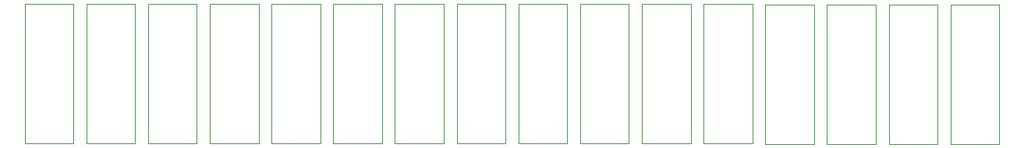
<source format=gbr>
G04 #@! TF.GenerationSoftware,KiCad,Pcbnew,(6.0.5)*
G04 #@! TF.CreationDate,2022-05-09T00:11:04-04:00*
G04 #@! TF.ProjectId,PB_16,50425f31-362e-46b6-9963-61645f706362,v1*
G04 #@! TF.SameCoordinates,Original*
G04 #@! TF.FileFunction,Other,ECO1*
%FSLAX46Y46*%
G04 Gerber Fmt 4.6, Leading zero omitted, Abs format (unit mm)*
G04 Created by KiCad (PCBNEW (6.0.5)) date 2022-05-09 00:11:04*
%MOMM*%
%LPD*%
G01*
G04 APERTURE LIST*
%ADD10C,0.050000*%
G04 APERTURE END LIST*
D10*
X96872600Y-151938600D02*
X91572600Y-151938600D01*
X91572600Y-151938600D02*
X91572600Y-136738600D01*
X91572600Y-136738600D02*
X96872600Y-136738600D01*
X96872600Y-136738600D02*
X96872600Y-151938600D01*
X137075198Y-136748600D02*
X137075198Y-151948600D01*
X131775198Y-151948600D02*
X131775198Y-136748600D01*
X131775198Y-136748600D02*
X137075198Y-136748600D01*
X137075198Y-151948600D02*
X131775198Y-151948600D01*
X178678229Y-152013600D02*
X178678229Y-136813600D01*
X183978229Y-152013600D02*
X178678229Y-152013600D01*
X178678229Y-136813600D02*
X183978229Y-136813600D01*
X183978229Y-136813600D02*
X183978229Y-152013600D01*
X103573033Y-136753600D02*
X103573033Y-151953600D01*
X98273033Y-136753600D02*
X103573033Y-136753600D01*
X98273033Y-151953600D02*
X98273033Y-136753600D01*
X103573033Y-151953600D02*
X98273033Y-151953600D01*
X125074765Y-151948600D02*
X125074765Y-136748600D01*
X130374765Y-136748600D02*
X130374765Y-151948600D01*
X125074765Y-136748600D02*
X130374765Y-136748600D01*
X130374765Y-151948600D02*
X125074765Y-151948600D01*
X138475631Y-136748600D02*
X143775631Y-136748600D01*
X143775631Y-151948600D02*
X138475631Y-151948600D01*
X138475631Y-151948600D02*
X138475631Y-136748600D01*
X143775631Y-136748600D02*
X143775631Y-151948600D01*
X145176064Y-136748600D02*
X150476064Y-136748600D01*
X150476064Y-151948600D02*
X145176064Y-151948600D01*
X145176064Y-151948600D02*
X145176064Y-136748600D01*
X150476064Y-136748600D02*
X150476064Y-151948600D01*
X157176497Y-151948600D02*
X151876497Y-151948600D01*
X151876497Y-151948600D02*
X151876497Y-136748600D01*
X157176497Y-136748600D02*
X157176497Y-151948600D01*
X151876497Y-136748600D02*
X157176497Y-136748600D01*
X192079100Y-136813600D02*
X197379100Y-136813600D01*
X192079100Y-152013600D02*
X192079100Y-136813600D01*
X197379100Y-136813600D02*
X197379100Y-152013600D01*
X197379100Y-152013600D02*
X192079100Y-152013600D01*
X118374332Y-136748600D02*
X123674332Y-136748600D01*
X118374332Y-151948600D02*
X118374332Y-136748600D01*
X123674332Y-151948600D02*
X118374332Y-151948600D01*
X123674332Y-136748600D02*
X123674332Y-151948600D01*
X104973466Y-136753600D02*
X110273466Y-136753600D01*
X110273466Y-136753600D02*
X110273466Y-151953600D01*
X110273466Y-151953600D02*
X104973466Y-151953600D01*
X104973466Y-151953600D02*
X104973466Y-136753600D01*
X177277796Y-136813600D02*
X177277796Y-152013600D01*
X177277796Y-152013600D02*
X171977796Y-152013600D01*
X171977796Y-152013600D02*
X171977796Y-136813600D01*
X171977796Y-136813600D02*
X177277796Y-136813600D01*
X163876930Y-151948600D02*
X158576930Y-151948600D01*
X158576930Y-151948600D02*
X158576930Y-136748600D01*
X163876930Y-136748600D02*
X163876930Y-151948600D01*
X158576930Y-136748600D02*
X163876930Y-136748600D01*
X111673899Y-151953600D02*
X111673899Y-136753600D01*
X116973899Y-151953600D02*
X111673899Y-151953600D01*
X116973899Y-136753600D02*
X116973899Y-151953600D01*
X111673899Y-136753600D02*
X116973899Y-136753600D01*
X185378662Y-136813600D02*
X190678662Y-136813600D01*
X185378662Y-152013600D02*
X185378662Y-136813600D01*
X190678662Y-136813600D02*
X190678662Y-152013600D01*
X190678662Y-152013600D02*
X185378662Y-152013600D01*
X165277363Y-136748600D02*
X170577363Y-136748600D01*
X170577363Y-151948600D02*
X165277363Y-151948600D01*
X170577363Y-136748600D02*
X170577363Y-151948600D01*
X165277363Y-151948600D02*
X165277363Y-136748600D01*
M02*

</source>
